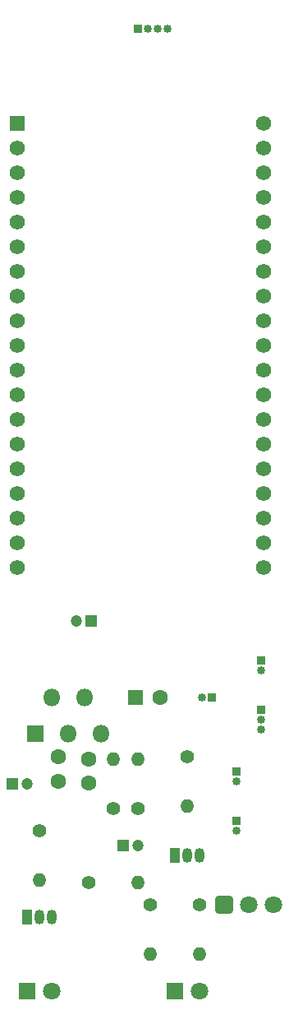
<source format=gbr>
%TF.GenerationSoftware,KiCad,Pcbnew,7.0.7-7.0.7~ubuntu22.04.1*%
%TF.CreationDate,2023-09-04T11:07:22+02:00*%
%TF.ProjectId,schaltung,73636861-6c74-4756-9e67-2e6b69636164,rev?*%
%TF.SameCoordinates,Original*%
%TF.FileFunction,Soldermask,Bot*%
%TF.FilePolarity,Negative*%
%FSLAX46Y46*%
G04 Gerber Fmt 4.6, Leading zero omitted, Abs format (unit mm)*
G04 Created by KiCad (PCBNEW 7.0.7-7.0.7~ubuntu22.04.1) date 2023-09-04 11:07:22*
%MOMM*%
%LPD*%
G01*
G04 APERTURE LIST*
G04 Aperture macros list*
%AMRoundRect*
0 Rectangle with rounded corners*
0 $1 Rounding radius*
0 $2 $3 $4 $5 $6 $7 $8 $9 X,Y pos of 4 corners*
0 Add a 4 corners polygon primitive as box body*
4,1,4,$2,$3,$4,$5,$6,$7,$8,$9,$2,$3,0*
0 Add four circle primitives for the rounded corners*
1,1,$1+$1,$2,$3*
1,1,$1+$1,$4,$5*
1,1,$1+$1,$6,$7*
1,1,$1+$1,$8,$9*
0 Add four rect primitives between the rounded corners*
20,1,$1+$1,$2,$3,$4,$5,0*
20,1,$1+$1,$4,$5,$6,$7,0*
20,1,$1+$1,$6,$7,$8,$9,0*
20,1,$1+$1,$8,$9,$2,$3,0*%
G04 Aperture macros list end*
%ADD10C,1.400000*%
%ADD11O,1.400000X1.400000*%
%ADD12R,0.850000X0.850000*%
%ADD13O,0.850000X0.850000*%
%ADD14R,1.800000X1.800000*%
%ADD15C,1.800000*%
%ADD16R,1.200000X1.200000*%
%ADD17C,1.200000*%
%ADD18RoundRect,0.248400X-0.651600X-0.651600X0.651600X-0.651600X0.651600X0.651600X-0.651600X0.651600X0*%
%ADD19R,1.600000X1.600000*%
%ADD20C,1.600000*%
%ADD21R,1.050000X1.500000*%
%ADD22O,1.050000X1.500000*%
%ADD23O,1.800000X1.800000*%
%ADD24R,1.560000X1.560000*%
%ADD25C,1.560000*%
G04 APERTURE END LIST*
D10*
%TO.C,R6*%
X209550000Y-109490000D03*
D11*
X214630000Y-109490000D03*
%TD*%
D10*
%TO.C,R7*%
X212090000Y-101870000D03*
D11*
X212090000Y-96790000D03*
%TD*%
D12*
%TO.C,J4*%
X224790000Y-98060000D03*
D13*
X224790000Y-99060000D03*
%TD*%
D14*
%TO.C,D2_Red1*%
X203200000Y-120650000D03*
D15*
X205740000Y-120650000D03*
%TD*%
D16*
%TO.C,C1*%
X201700000Y-99330000D03*
D17*
X203200000Y-99330000D03*
%TD*%
D18*
%TO.C,U2*%
X223520000Y-111760000D03*
D15*
X226060000Y-111760000D03*
X228600000Y-111760000D03*
%TD*%
D12*
%TO.C,J2*%
X227330000Y-91710000D03*
D13*
X227330000Y-92710000D03*
X227330000Y-93710000D03*
%TD*%
D14*
%TO.C,D1_IR1*%
X218440000Y-120650000D03*
D15*
X220980000Y-120650000D03*
%TD*%
D12*
%TO.C,J1*%
X222250000Y-90440000D03*
D13*
X221250000Y-90440000D03*
%TD*%
D19*
%TO.C,C3*%
X214400000Y-90440000D03*
D20*
X216900000Y-90440000D03*
%TD*%
D16*
%TO.C,C2*%
X213130000Y-105680000D03*
D17*
X214630000Y-105680000D03*
%TD*%
D16*
%TO.C,C5*%
X209780000Y-82550000D03*
D17*
X208280000Y-82550000D03*
%TD*%
D12*
%TO.C,J3*%
X224790000Y-103140000D03*
D13*
X224790000Y-104140000D03*
%TD*%
D10*
%TO.C,R3*%
X204470000Y-104140000D03*
D11*
X204470000Y-109220000D03*
%TD*%
D10*
%TO.C,R5*%
X214630000Y-101870000D03*
D11*
X214630000Y-96790000D03*
%TD*%
D21*
%TO.C,Q1*%
X203200000Y-113030000D03*
D22*
X204470000Y-113030000D03*
X205740000Y-113030000D03*
%TD*%
D10*
%TO.C,R1*%
X215900000Y-111760000D03*
D11*
X215900000Y-116840000D03*
%TD*%
D20*
%TO.C,C6*%
X209550000Y-96790000D03*
X209550000Y-99290000D03*
%TD*%
D12*
%TO.C,J7*%
X214630000Y-21590000D03*
D13*
X215630000Y-21590000D03*
X216630000Y-21590000D03*
X217630000Y-21590000D03*
%TD*%
D21*
%TO.C,Q2*%
X218440000Y-106680000D03*
D22*
X219710000Y-106680000D03*
X220980000Y-106680000D03*
%TD*%
D20*
%TO.C,C4*%
X206375000Y-96560000D03*
X206375000Y-99060000D03*
%TD*%
D12*
%TO.C,J5*%
X227330000Y-86630000D03*
D13*
X227330000Y-87630000D03*
%TD*%
D10*
%TO.C,R4*%
X219710000Y-96520000D03*
D11*
X219710000Y-101600000D03*
%TD*%
D10*
%TO.C,R2*%
X220980000Y-111760000D03*
D11*
X220980000Y-116840000D03*
%TD*%
D14*
%TO.C,U3*%
X204040000Y-94140000D03*
D23*
X205740000Y-90440000D03*
X207440000Y-94140000D03*
X209140000Y-90440000D03*
X210840000Y-94140000D03*
%TD*%
D24*
%TO.C,U1*%
X202165000Y-31330000D03*
D25*
X202165000Y-33870000D03*
X202165000Y-36410000D03*
X202165000Y-38950000D03*
X202165000Y-41490000D03*
X202165000Y-44030000D03*
X202165000Y-46570000D03*
X202165000Y-49110000D03*
X202165000Y-51650000D03*
X202165000Y-54190000D03*
X202165000Y-56730000D03*
X202165000Y-59270000D03*
X202165000Y-61810000D03*
X202165000Y-64350000D03*
X202165000Y-66890000D03*
X202165000Y-69430000D03*
X202165000Y-71970000D03*
X202165000Y-74510000D03*
X202165000Y-77050000D03*
X227565000Y-31330000D03*
X227565000Y-33870000D03*
X227565000Y-36410000D03*
X227565000Y-38950000D03*
X227565000Y-41490000D03*
X227565000Y-44030000D03*
X227565000Y-46570000D03*
X227565000Y-49110000D03*
X227565000Y-51650000D03*
X227565000Y-54190000D03*
X227565000Y-56730000D03*
X227565000Y-59270000D03*
X227565000Y-61810000D03*
X227565000Y-64350000D03*
X227565000Y-66890000D03*
X227565000Y-69430000D03*
X227565000Y-71970000D03*
X227565000Y-74510000D03*
X227565000Y-77050000D03*
%TD*%
M02*

</source>
